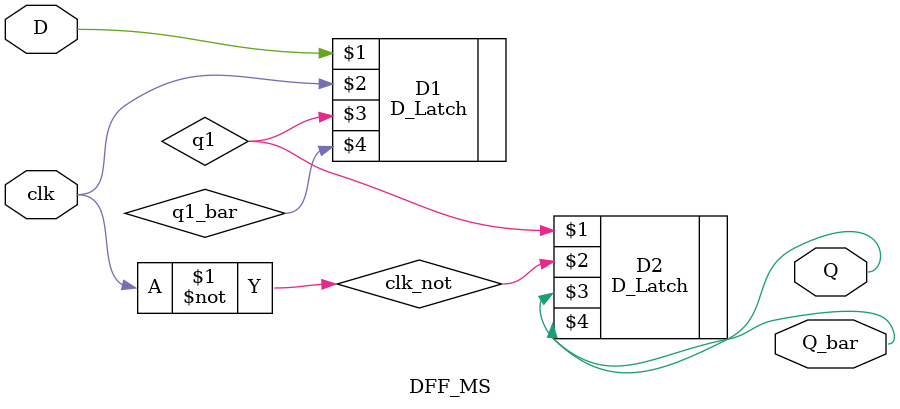
<source format=v>
`timescale 1ns/1ns
module DFF_MS(input D, clk, output Q,Q_bar);
	wire q1,q1_bar,clk_not;
	D_Latch D1(D,clk,q1,q1_bar);

	not #6 G1(clk_not,clk);
	D_Latch D2(q1,clk_not,Q,Q_bar);
endmodule
</source>
